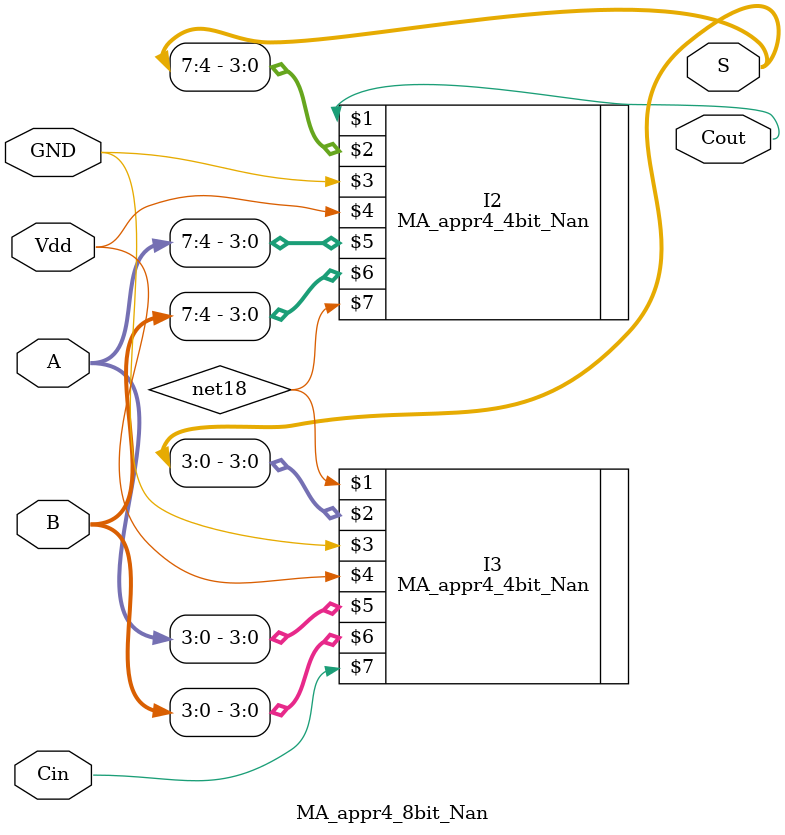
<source format=v>
`timescale 1ns / 1ns 

module MA_appr4_8bit_Nan ( Cout, S, GND, Vdd, A, B, Cin );

output  Cout;

inout  GND, Vdd;

input  Cin;

output [7:0]  S;

input [7:0]  B;
input [7:0]  A;


specify 
    specparam CDS_LIBNAME  = "Design";
    specparam CDS_CELLNAME = "MA_appr4_8bit_Nan";
    specparam CDS_VIEWNAME = "schematic";
endspecify

MA_appr4_4bit_Nan I3 ( net18, S[3:0], GND, Vdd, A[3:0], B[3:0], Cin);
MA_appr4_4bit_Nan I2 ( Cout, S[7:4], GND, Vdd, A[7:4], B[7:4], net18);

endmodule

</source>
